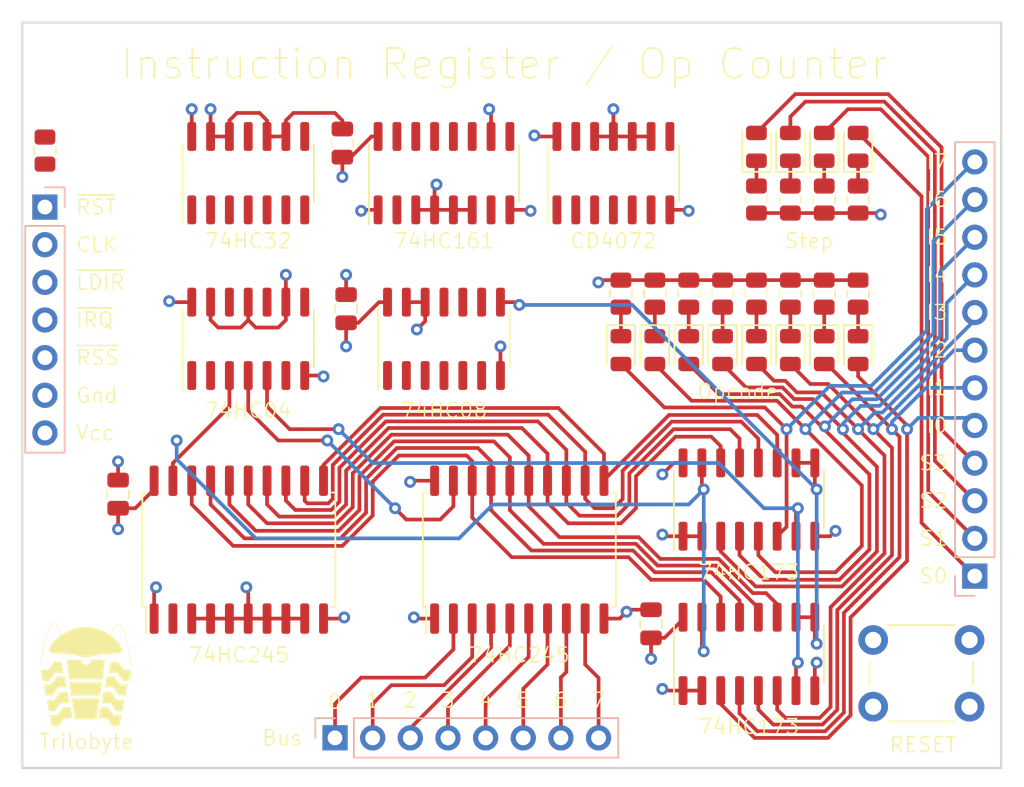
<source format=kicad_pcb>
(kicad_pcb (version 20211014) (generator pcbnew)
  (layers (0 "F.Cu" signal) (1 "In1.Cu" signal) (2 "In2.Cu" signal) (31 "B.Cu" signal) (34 "B.Paste" user) (35 "F.Paste" user) (36 "B.SilkS" user "B.Silkscreen") (37 "F.SilkS" user "F.Silkscreen") (38 "B.Mask" user) (39 "F.Mask" user) (44 "Edge.Cuts" user))
  (net 0 "")
  (net 1 "VCC")
  (net 2 "GND")
  (net 3 "Net-(D4-Pad1)")
  (net 4 "/~{ZF}")
  (net 5 "Net-(U1-Pad6)")
  (net 7 "Net-(U4-Pad3)")
  (net 8 "Net-(U4-Pad6)")
  (net 9 "STEP3")
  (net 11 "STEP2")
  (net 12 "~{BUS_SEL}")
  (net 13 "STEP1")
  (net 15 "STEP0")
  (net 16 "BUS0")
  (net 17 "BUS1")
  (net 18 "BUS2")
  (net 19 "BUS3")
  (net 20 "BUS4")
  (net 21 "BUS5")
  (net 22 "BUS6")
  (net 23 "BUS7")
  (net 24 "CLOCK")
  (net 25 "Net-(D1-Pad1)")
  (net 26 "Net-(D2-Pad1)")
  (net 27 "Net-(D3-Pad1)")
  (net 28 "INSTRUCTION7")
  (net 29 "INSTRUCTION6")
  (net 30 "INSTRUCTION5")
  (net 31 "INSTRUCTION4")
  (net 32 "INSTRUCTION3")
  (net 33 "INSTRUCTION2")
  (net 34 "INSTRUCTION1")
  (net 35 "INSTRUCTION0")
  (net 36 "~{RESET}")
  (net 37 "~{INT_REQUEST}")
  (net 38 "~{RESET_STEP}")
  (net 40 "Net-(U1-Pad4)")
  (net 42 "/INST_BUS_7")
  (net 43 "/INST_BUS_6")
  (net 44 "/INST_BUS_5")
  (net 45 "/INST_BUS_4")
  (net 46 "/INST_BUS_3")
  (net 47 "/INST_BUS_2")
  (net 48 "/INST_BUS_1")
  (net 49 "/INST_BUS_0")
  (net 52 "Net-(D5-Pad1)")
  (net 53 "Net-(D6-Pad1)")
  (net 54 "Net-(D7-Pad1)")
  (net 55 "Net-(D8-Pad1)")
  (net 56 "Net-(D9-Pad1)")
  (net 57 "Net-(D10-Pad1)")
  (net 58 "~{LD_IR}")
  (net 59 "Net-(D11-Pad1)")
  (net 60 "Net-(D12-Pad1)")
  (net 63 "Net-(U5-Pad8)")
  (footprint "Resistor_SMD:R_0805_2012Metric" (layer "F.Cu") (at 144.018 97.028 90)
    (fp_text reference "R2" hide)
    (fp_text value "R_Small_US" hide)
  )
  (footprint "Resistor_SMD:R_0805_2012Metric" (layer "F.Cu") (at 146.304 97.028 90)
    (fp_text reference "R3" hide)
    (fp_text value "R_Small_US" hide)
  )
  (footprint "Resistor_SMD:R_0805_2012Metric" (layer "F.Cu") (at 160.02 90.678 -90)
    (fp_text reference "R13" hide)
    (fp_text value "R_Small_US" hide)
  )
  (footprint "LED_SMD:LED_0805_2012Metric" (layer "F.Cu") (at 155.448 100.838 -90)
    (fp_text reference "D6" hide)
    (fp_text value "LED" hide)
  )
  (footprint "Resistor_SMD:R_0805_2012Metric" (layer "F.Cu") (at 105.156 87.376 90)
    (fp_text reference "R1" hide)
    (fp_text value "R_Small_US" hide)
  )
  (footprint "Package_SO:SOIC-14_3.9x8.7mm_P1.27mm" (layer "F.Cu") (at 132.08 100.076 90)
    (fp_text reference "U5" hide)
    (fp_text value "74LS08" hide)
  )
  (footprint "LED_SMD:LED_0805_2012Metric" (layer "F.Cu") (at 160.02 100.838 -90)
    (fp_text reference "D8" hide)
    (fp_text value "LED" hide)
  )
  (footprint "Package_SO:SOIC-14_3.9x8.7mm_P1.27mm" (layer "F.Cu") (at 118.872 88.9 90)
    (fp_text reference "U4" hide)
    (fp_text value "74LS32" hide)
  )
  (footprint "Resistor_SMD:R_0805_2012Metric" (layer "F.Cu") (at 157.734 90.678 -90)
    (fp_text reference "R12" hide)
    (fp_text value "R_Small_US" hide)
  )
  (footprint "Package_SO:SOIC-16_3.9x9.9mm_P1.27mm" (layer "F.Cu") (at 152.654 121.334 90)
    (fp_text reference "U8" hide)
    (fp_text value "74LS173" hide)
  )
  (footprint "LED_SMD:LED_0805_2012Metric" (layer "F.Cu") (at 146.304 100.838 -90)
    (fp_text reference "D2" hide)
    (fp_text value "LED" hide)
  )
  (footprint "Capacitor_SMD:C_0805_2012Metric" (layer "F.Cu") (at 110.092 110.556 90)
    (fp_text reference "C4" hide)
    (fp_text value "C" hide)
  )
  (footprint "Resistor_SMD:R_0805_2012Metric" (layer "F.Cu") (at 153.162 97.028 90)
    (fp_text reference "R6" hide)
    (fp_text value "R_Small_US" hide)
  )
  (footprint "Package_SO:SOIC-20W_7.5x12.8mm_P1.27mm" (layer "F.Cu") (at 137.16 114.3 90)
    (fp_text reference "U7" hide)
    (fp_text value "74LS245" hide)
  )
  (footprint "Package_SO:SOIC-20W_7.5x12.8mm_P1.27mm" (layer "F.Cu") (at 118.237 114.3 90)
    (fp_text reference "U6" hide)
    (fp_text value "74LS245" hide)
  )
  (footprint "LED_SMD:LED_0805_2012Metric" (layer "F.Cu") (at 153.162 100.838 -90)
    (fp_text reference "D5" hide)
    (fp_text value "LED" hide)
  )
  (footprint "Resistor_SMD:R_0805_2012Metric" (layer "F.Cu") (at 148.59 97.028 90)
    (fp_text reference "R4" hide)
    (fp_text value "R_Small_US" hide)
  )
  (footprint "Resistor_SMD:R_0805_2012Metric" (layer "F.Cu") (at 150.876 97.028 90)
    (fp_text reference "R5" hide)
    (fp_text value "R_Small_US" hide)
  )
  (footprint "Resistor_SMD:R_0805_2012Metric" (layer "F.Cu") (at 160.02 97.028 90)
    (fp_text reference "R9" hide)
    (fp_text value "R_Small_US" hide)
  )
  (footprint "LED_SMD:LED_0805_2012Metric" (layer "F.Cu") (at 150.876 100.838 -90)
    (fp_text reference "D4" hide)
    (fp_text value "LED" hide)
  )
  (footprint "LED_SMD:LED_0805_2012Metric" (layer "F.Cu") (at 157.734 87.122 90)
    (fp_text reference "D11" hide)
    (fp_text value "LED" hide)
  )
  (footprint "Resistor_SMD:R_0805_2012Metric" (layer "F.Cu") (at 155.448 97.028 90)
    (fp_text reference "R7" hide)
    (fp_text value "R_Small_US" hide)
  )
  (footprint "LED_SMD:LED_0805_2012Metric" (layer "F.Cu") (at 155.448 87.122 90)
    (fp_text reference "D10" hide)
    (fp_text value "LED" hide)
  )
  (footprint "Resistor_SMD:R_0805_2012Metric" (layer "F.Cu") (at 155.448 90.678 -90)
    (fp_text reference "R11" hide)
    (fp_text value "R_Small_US" hide)
  )
  (footprint "Stephenv6:trilobyte-logo-small" (layer "F.Cu") (at 107.95 115.062)
    (fp_text reference "REF**" hide)
    (fp_text value "trilobyte-logo-small" hide)
  )
  (footprint "Package_SO:SOIC-14_3.9x8.7mm_P1.27mm" (layer "F.Cu") (at 143.51 88.9 90)
    (fp_text reference "U2" hide)
    (fp_text value "4072" hide)
  )
  (footprint "LED_SMD:LED_0805_2012Metric" (layer "F.Cu") (at 148.59 100.838 -90)
    (fp_text reference "D3" hide)
    (fp_text value "LED" hide)
  )
  (footprint "LED_SMD:LED_0805_2012Metric" (layer "F.Cu") (at 144.018 100.838 -90)
    (fp_text reference "D1" hide)
    (fp_text value "LED" hide)
  )
  (footprint "Package_SO:SOIC-16_3.9x9.9mm_P1.27mm" (layer "F.Cu") (at 152.654 110.92 90)
    (fp_text reference "U9" hide)
    (fp_text value "74LS173" hide)
  )
  (footprint "LED_SMD:LED_0805_2012Metric" (layer "F.Cu") (at 160.02 87.122 90)
    (fp_text reference "D12" hide)
    (fp_text value "LED" hide)
  )
  (footprint "Capacitor_SMD:C_0805_2012Metric" (layer "F.Cu") (at 146.05 119.302 90)
    (fp_text reference "C3" hide)
    (fp_text value "C" hide)
  )
  (footprint "Package_SO:SOIC-14_3.9x8.7mm_P1.27mm" (layer "F.Cu") (at 118.872 100.076 90)
    (fp_text reference "U1" hide)
    (fp_text value "74LS04" hide)
  )
  (footprint "LED_SMD:LED_0805_2012Metric" (layer "F.Cu") (at 153.162 87.122 90)
    (fp_text reference "D9" hide)
    (fp_text value "LED" hide)
  )
  (footprint "Resistor_SMD:R_0805_2012Metric" (layer "F.Cu") (at 153.162 90.678 -90)
    (fp_text reference "R10" hide)
    (fp_text value "R_Small_US" hide)
  )
  (footprint "Resistor_SMD:R_0805_2012Metric" (layer "F.Cu") (at 157.734 97.028 90)
    (fp_text reference "R8" hide)
    (fp_text value "R_Small_US" hide)
  )
  (footprint "Package_SO:SOIC-16_3.9x9.9mm_P1.27mm" (layer "F.Cu") (at 132.08 88.9 90)
    (fp_text reference "U3" hide)
    (fp_text value "74LS161" hide)
  )
  (footprint "Button_Switch_THT:SW_PUSH_6mm" (layer "F.Cu") (at 161.036 120.396)
    (fp_text reference "SW1" hide)
    (fp_text value "SW_Push" hide)
  )
  (footprint "Capacitor_SMD:C_0805_2012Metric" (layer "F.Cu") (at 125.222 86.868 90)
    (fp_text reference "C1" hide)
    (fp_text value "C" hide)
  )
  (footprint "Capacitor_SMD:C_0805_2012Metric" (layer "F.Cu") (at 125.476 98.044 90)
    (fp_text reference "C2" hide)
    (fp_text value "C" hide)
  )
  (footprint "LED_SMD:LED_0805_2012Metric" (layer "F.Cu") (at 157.734 100.838 -90)
    (fp_text reference "D7" hide)
    (fp_text value "LED" hide)
  )
  (footprint "Connector_PinHeader_2.54mm:PinHeader_1x08_P2.54mm_Vertical" (layer "B.Cu") (at 124.729 127 -90)
    (fp_text reference "J1" hide)
    (fp_text value "Conn_01x08" hide)
  )
  (footprint "Connector_PinHeader_2.54mm:PinHeader_1x12_P2.54mm_Vertical" (layer "B.Cu") (at 167.894 116.083)
    (fp_text reference "J2" hide)
    (fp_text value "Conn_01x12" hide)
  )
  (footprint "Connector_PinHeader_2.54mm:PinHeader_1x07_P2.54mm_Vertical" (layer "B.Cu") (at 105.156 91.186 180)
    (fp_text reference "J3" hide)
    (fp_text value "Conn_01x07" hide)
  )
  (gr_rect (start 103.632 78.74) (end 169.672 129.032) (layer "Edge.Cuts") (width 0.15) (fill none))
  (gr_text "4" (at 134.874 124.46) (layer "F.SilkS") (effects (font (size 1 1) (thickness 0.1))))
  (gr_text "Gnd" (at 107.188 103.886) (layer "F.SilkS") (effects (font (size 1 1) (thickness 0.1)) (justify left)))
  (gr_text "I0" (at 166.116 105.918) (layer "F.SilkS") (effects (font (size 1 1) (thickness 0.1)) (justify right)))
  (gr_text "~{RST}" (at 107.188 91.186) (layer "F.SilkS") (effects (font (size 1 1) (thickness 0.1)) (justify left)))
  (gr_text "I6" (at 166.116 90.678) (layer "F.SilkS") (effects (font (size 1 1) (thickness 0.1)) (justify right)))
  (gr_text "I3" (at 166.116 98.298) (layer "F.SilkS") (effects (font (size 1 1) (thickness 0.1)) (justify right)))
  (gr_text "Vcc" (at 107.188 106.426) (layer "F.SilkS") (effects (font (size 1 1) (thickness 0.1)) (justify left)))
  (gr_text "S0" (at 166.116 116.078) (layer "F.SilkS") (effects (font (size 1 1) (thickness 0.1)) (justify right)))
  (gr_text "I1" (at 166.116 103.378) (layer "F.SilkS") (effects (font (size 1 1) (thickness 0.1)) (justify right)))
  (gr_text "0" (at 124.714 124.46 180) (layer "F.SilkS") (effects (font (size 1 1) (thickness 0.1))))
  (gr_text "~{RSS}" (at 107.188 101.346) (layer "F.SilkS") (effects (font (size 1 1) (thickness 0.1)) (justify left)))
  (gr_text "2" (at 129.794 124.46) (layer "F.SilkS") (effects (font (size 1 1) (thickness 0.1))))
  (gr_text "~{LDIR}" (at 107.188 96.266) (layer "F.SilkS") (effects (font (size 1 1) (thickness 0.1)) (justify left)))
  (gr_text "5" (at 137.414 124.46) (layer "F.SilkS") (effects (font (size 1 1) (thickness 0.1))))
  (gr_text "S1" (at 166.116 113.538) (layer "F.SilkS") (effects (font (size 1 1) (thickness 0.1)) (justify right)))
  (gr_text "CLK" (at 107.188 93.726) (layer "F.SilkS") (effects (font (size 1 1) (thickness 0.1)) (justify left)))
  (gr_text "I4" (at 166.116 95.758) (layer "F.SilkS") (effects (font (size 1 1) (thickness 0.1)) (justify right)))
  (gr_text "S2" (at 166.116 110.998) (layer "F.SilkS") (effects (font (size 1 1) (thickness 0.1)) (justify right)))
  (gr_text "Trilobyte" (at 107.95 127.254) (layer "F.SilkS") (effects (font (size 1 1) (thickness 0.1))))
  (gr_text "3" (at 132.334 124.46) (layer "F.SilkS") (effects (font (size 1 1) (thickness 0.1))))
  (gr_text "7" (at 142.494 124.46) (layer "F.SilkS") (effects (font (size 1 1) (thickness 0.1))))
  (gr_text "I5" (at 166.116 93.218) (layer "F.SilkS") (effects (font (size 1 1) (thickness 0.1)) (justify right)))
  (gr_text "S3" (at 166.116 108.458) (layer "F.SilkS") (effects (font (size 1 1) (thickness 0.1)) (justify right)))
  (gr_text "1" (at 127.254 124.46) (layer "F.SilkS") (effects (font (size 1 1) (thickness 0.1))))
  (gr_text "Opcode" (at 151.892 103.632) (layer "F.SilkS") (effects (font (size 1 1) (thickness 0.1))))
  (gr_text "I7" (at 166.116 88.138) (layer "F.SilkS") (effects (font (size 1 1) (thickness 0.1)) (justify right)))
  (gr_text "6" (at 139.954 124.46) (layer "F.SilkS") (effects (font (size 1 1) (thickness 0.1))))
  (gr_text "Instruction Register / Op Counter" (at 136.144 81.534) (layer "F.SilkS") (effects (font (size 2 2) (thickness 0.1))))
  (gr_text "I2" (at 166.116 100.838) (layer "F.SilkS") (effects (font (size 1 1) (thickness 0.1)) (justify right)))
  (gr_text "~{IRQ}" (at 107.188 98.806) (layer "F.SilkS") (effects (font (size 1 1) (thickness 0.1)) (justify left)))
  (gr_text "Step" (at 156.718 93.472) (layer "F.SilkS") (effects (font (size 1 1) (thickness 0.1))))
  (gr_text "Bus" (at 121.158 127) (layer "F.SilkS") (effects (font (size 1 1) (thickness 0.1))))
  (segment (start 127.189 86.425) (end 127.635 86.425) (width 0.25) (layer "F.Cu") (net 1))
  (segment (start 125.222 87.818) (end 125.222 89.154) (width 0.25) (layer "F.Cu") (net 1))
  (segment (start 125.476 98.994) (end 126.304 98.994) (width 0.25) (layer "F.Cu") (net 1))
  (segment (start 147.587 108.445) (end 146.812 109.22) (width 0.25) (layer "F.Cu") (net 1))
  (segment (start 126.557 91.375) (end 126.492 91.44) (width 0.25) (layer "F.Cu") (net 1))
  (segment (start 110.092 111.506) (end 110.092 112.92) (width 0.25) (layer "F.Cu") (net 1))
  (segment (start 131.445 118.95) (end 130.126 118.95) (width 0.25) (layer "F.Cu") (net 1))
  (segment (start 129.872 109.65) (end 129.794 109.728) (width 0.25) (layer "F.Cu") (net 1))
  (segment (start 135.255 86.425) (end 135.255 84.709) (width 0.25) (layer "F.Cu") (net 1))
  (segment (start 138.241 86.425) (end 138.176 86.36) (width 0.25) (layer "F.Cu") (net 1))
  (segment (start 113.603 97.601) (end 113.538 97.536) (width 0.25) (layer "F.Cu") (net 1))
  (segment (start 122.682 118.95) (end 115.062 118.95) (width 0.25) (layer "F.Cu") (net 1))
  (segment (start 135.255 84.709) (end 135.128 84.582) (width 0.25) (layer "F.Cu") (net 1))
  (segment (start 118.872 116.967) (end 118.745 116.84) (width 0.25) (layer "F.Cu") (net 1))
  (segment (start 146.05 120.252) (end 146.956 120.252) (width 0.25) (layer "F.Cu") (net 1))
  (segment (start 118.872 118.95) (end 118.872 116.967) (width 0.25) (layer "F.Cu") (net 1))
  (segment (start 131.445 109.65) (end 129.872 109.65) (width 0.25) (layer "F.Cu") (net 1))
  (segment (start 146.956 120.252) (end 148.209 118.999) (width 0.25) (layer "F.Cu") (net 1))
  (segment (start 127.697 97.601) (end 128.27 97.601) (width 0.25) (layer "F.Cu") (net 1))
  (segment (start 127.635 91.375) (end 126.557 91.375) (width 0.25) (layer "F.Cu") (net 1))
  (segment (start 115.062 97.601) (end 113.603 97.601) (width 0.25) (layer "F.Cu") (net 1))
  (segment (start 130.126 118.95) (end 130.048 118.872) (width 0.25) (layer "F.Cu") (net 1))
  (segment (start 112.505 110.253) (end 111.252 111.506) (width 0.25) (layer "F.Cu") (net 1))
  (segment (start 112.522 118.95) (end 112.522 116.967) (width 0.25) (layer "F.Cu") (net 1))
  (segment (start 112.522 116.967) (end 112.649 116.84) (width 0.25) (layer "F.Cu") (net 1))
  (segment (start 111.252 111.506) (end 110.092 111.506) (width 0.25) (layer "F.Cu") (net 1))
  (segment (start 125.796 87.818) (end 127.189 86.425) (width 0.25) (layer "F.Cu") (net 1))
  (segment (start 125.476 98.994) (end 125.476 100.584) (width 0.25) (layer "F.Cu") (net 1))
  (segment (start 148.209 108.445) (end 147.587 108.445) (width 0.25) (layer "F.Cu") (net 1))
  (segment (start 115.062 86.425) (end 115.062 84.582) (width 0.25) (layer "F.Cu") (net 1))
  (segment (start 139.7 86.425) (end 138.241 86.425) (width 0.25) (layer "F.Cu") (net 1))
  (segment (start 146.05 120.252) (end 146.05 121.666) (width 0.25) (layer "F.Cu") (net 1))
  (segment (start 126.304 98.994) (end 127.697 97.601) (width 0.25) (layer "F.Cu") (net 1))
  (via (at 125.476 100.584) (size 0.8) (drill 0.4) (layers "F.Cu" "B.Cu") (net 1))
  (via (at 118.745 116.84) (size 0.8) (drill 0.4) (layers "F.Cu" "B.Cu") (net 1))
  (via (at 112.649 116.84) (size 0.8) (drill 0.4) (layers "F.Cu" "B.Cu") (net 1))
  (via (at 115.062 84.582) (size 0.8) (drill 0.4) (layers "F.Cu" "B.Cu") (net 1))
  (via (at 129.794 109.728) (size 0.8) (drill 0.4) (layers "F.Cu" "B.Cu") (net 1))
  (via (at 138.176 86.36) (size 0.8) (drill 0.4) (layers "F.Cu" "B.Cu") (net 1))
  (via (at 126.492 91.44) (size 0.8) (drill 0.4) (layers "F.Cu" "B.Cu") (net 1))
  (via (at 146.812 109.22) (size 0.8) (drill 0.4) (layers "F.Cu" "B.Cu") (net 1))
  (via (at 110.092 112.92) (size 0.8) (drill 0.4) (layers "F.Cu" "B.Cu") (net 1))
  (via (at 146.05 121.666) (size 0.8) (drill 0.4) (layers "F.Cu" "B.Cu") (net 1))
  (via (at 130.048 118.872) (size 0.8) (drill 0.4) (layers "F.Cu" "B.Cu") (net 1))
  (via (at 135.128 84.582) (size 0.8) (drill 0.4) (layers "F.Cu" "B.Cu") (net 1))
  (via (at 113.538 97.536) (size 0.8) (drill 0.4) (layers "F.Cu" "B.Cu") (net 1))
  (via (at 125.222 89.154) (size 0.8) (drill 0.4) (layers "F.Cu" "B.Cu") (net 1))
  (segment (start 130.81 98.887431) (end 130.25255 99.444881) (width 0.25) (layer "F.Cu") (net 2))
  (segment (start 119.38 99.314) (end 118.872 98.806) (width 0.25) (layer "F.Cu") (net 2))
  (segment (start 158.131 113.395) (end 158.496 113.03) (width 0.25) (layer "F.Cu") (net 2))
  (segment (start 148.209 113.395) (end 146.923 113.395) (width 0.25) (layer "F.Cu") (net 2))
  (segment (start 157.099 122.047) (end 157.226 121.92) (width 0.25) (layer "F.Cu") (net 2))
  (segment (start 123.952 118.95) (end 125.271 118.95) (width 0.25) (layer "F.Cu") (net 2))
  (segment (start 120.904 99.314) (end 119.38 99.314) (width 0.25) (layer "F.Cu") (net 2))
  (segment (start 146.923 123.809) (end 146.812 123.698) (width 0.25) (layer "F.Cu") (net 2))
  (segment (start 125.222 85.918) (end 125.222 85.344) (width 0.25) (layer "F.Cu") (net 2))
  (segment (start 118.872 98.806) (end 118.872 97.601) (width 0.25) (layer "F.Cu") (net 2))
  (segment (start 161.4405 91.5905) (end 161.544 91.694) (width 0.25) (layer "F.Cu") (net 2))
  (segment (start 131.445 91.375) (end 131.445 89.789) (width 0.25) (layer "F.Cu") (net 2))
  (segment (start 117.602 85.344) (end 117.602 86.425) (width 0.25) (layer "F.Cu") (net 2))
  (segment (start 142.875 118.95) (end 143.94 118.95) (width 0.25) (layer "F.Cu") (net 2))
  (segment (start 121.412 85.344) (end 121.412 86.425) (width 0.25) (layer "F.Cu") (net 2))
  (segment (start 148.525 91.375) (end 148.59 91.44) (width 0.25) (layer "F.Cu") (net 2))
  (segment (start 116.332 97.601) (end 116.332 98.806) (width 0.25) (layer "F.Cu") (net 2))
  (segment (start 144.018 96.1155) (end 142.6445 96.1155) (width 0.25) (layer "F.Cu") (net 2))
  (segment (start 110.092 109.606) (end 110.092 108.348) (width 0.25) (layer "F.Cu") (net 2))
  (segment (start 121.412 86.425) (end 120.142 86.425) (width 0.25) (layer "F.Cu") (net 2))
  (segment (start 116.84 99.314) (end 118.364 99.314) (width 0.25) (layer "F.Cu") (net 2))
  (segment (start 149.606 121.158) (end 149.479 121.031) (width 0.25) (layer "F.Cu") (net 2))
  (segment (start 142.6445 96.1155) (end 142.494 96.266) (width 0.25) (layer "F.Cu") (net 2))
  (segment (start 121.92 84.836) (end 121.412 85.344) (width 0.25) (layer "F.Cu") (net 2))
  (segment (start 149.479 108.445) (end 149.479 110.109) (width 0.25) (layer "F.Cu") (net 2))
  (segment (start 121.412 97.601) (end 121.412 95.758) (width 0.25) (layer "F.Cu") (net 2))
  (segment (start 120.142 85.344) (end 119.634 84.836) (width 0.25) (layer "F.Cu") (net 2))
  (segment (start 160.02 91.5905) (end 161.4405 91.5905) (width 0.25) (layer "F.Cu") (net 2))
  (segment (start 117.602 86.425) (end 116.332 86.425) (width 0.25) (layer "F.Cu") (net 2))
  (segment (start 116.332 98.806) (end 116.84 99.314) (width 0.25) (layer "F.Cu") (net 2))
  (segment (start 125.476 97.094) (end 125.476 95.758) (width 0.25) (layer "F.Cu") (net 2))
  (segment (start 149.479 123.809) (end 148.209 123.809) (width 0.25) (layer "F.Cu") (net 2))
  (segment (start 122.682 102.551) (end 123.887 102.551) (width 0.25) (layer "F.Cu") (net 2))
  (segment (start 136.525 91.375) (end 137.857 91.375) (width 0.25) (layer "F.Cu") (net 2))
  (segment (start 125.222 85.344) (end 124.714 84.836) (width 0.25) (layer "F.Cu") (net 2))
  (segment (start 133.985 91.375) (end 130.175 91.375) (width 0.25) (layer "F.Cu") (net 2))
  (segment (start 148.209 123.809) (end 146.923 123.809) (width 0.25) (layer "F.Cu") (net 2))
  (segment (start 143.94 118.95) (end 144.538 118.352) (width 0.25) (layer "F.Cu") (net 2))
  (segment (start 121.412 98.806) (end 120.904 99.314) (width 0.25) (layer "F.Cu") (net 2))
  (segment (start 131.445 89.789) (end 131.572 89.662) (width 0.25) (layer "F.Cu") (net 2))
  (segment (start 143.51 86.425) (end 143.51 84.582) (width 0.25) (layer "F.Cu") (net 2))
  (segment (start 149.479 110.109) (end 149.606 110.236) (width 0.25) (layer "F.Cu") (net 2))
  (segment (start 130.81 97.601) (end 130.81 98.887431) (width 0.25) (layer "F.Cu") (net 2))
  (segment (start 149.479 121.031) (end 149.479 118.859) (width 0.25) (layer "F.Cu") (net 2))
  (segment (start 119.634 84.836) (end 118.11 84.836) (width 0.25) (layer "F.Cu") (net 2))
  (segment (start 144.018 96.1155) (end 160.02 96.1155) (width 0.25) (layer "F.Cu") (net 2))
  (segment (start 147.32 91.375) (end 148.525 91.375) (width 0.25) (layer "F.Cu") (net 2))
  (segment (start 125.271 118.95) (end 125.349 118.872) (width 0.25) (layer "F.Cu") (net 2))
  (segment (start 124.714 84.836) (end 121.92 84.836) (width 0.25) (layer "F.Cu") (net 2))
  (segment (start 142.24 86.425) (end 146.05 86.425) (width 0.25) (layer "F.Cu") (net 2))
  (segment (start 149.479 113.395) (end 148.209 113.395) (width 0.25) (layer "F.Cu") (net 2))
  (segment (start 153.162 91.5905) (end 160.02 91.5905) (width 0.25) (layer "F.Cu") (net 2))
  (segment (start 120.142 86.425) (end 120.142 85.344) (width 0.25) (layer "F.Cu") (net 2))
  (segment (start 118.364 99.314) (end 118.872 98.806) (width 0.25) (layer "F.Cu") (net 2))
  (segment (start 121.412 97.601) (end 121.412 98.806) (width 0.25) (layer "F.Cu") (net 2))
  (segment (start 129.54 97.601) (end 130.81 97.601) (width 0.25) (layer "F.Cu") (net 2))
  (segment (start 135.89 102.551) (end 135.89 100.584) (width 0.25) (layer "F.Cu") (net 2))
  (segment (start 157.099 113.395) (end 158.131 113.395) (width 0.25) (layer "F.Cu") (net 2))
  (segment (start 157.099 123.809) (end 157.099 122.047) (width 0.25) (layer "F.Cu") (net 2))
  (segment (start 146.923 113.395) (end 146.812 113.284) (width 0.25) (layer "F.Cu") (net 2))
  (segment (start 144.538 118.352) (end 146.05 118.352) (width 0.25) (layer "F.Cu") (net 2))
  (segment (start 118.11 84.836) (end 117.602 85.344) (width 0.25) (layer "F.Cu") (net 2))
  (segment (start 116.332 86.425) (end 116.332 84.582) (width 0.25) (layer "F.Cu") (net 2))
  (segment (start 137.857 91.375) (end 137.922 91.44) (width 0.25) (layer "F.Cu") (net 2))
  (segment (start 123.887 102.551) (end 123.952 102.616) (width 0.25) (layer "F.Cu") (net 2))
  (via (at 123.952 102.616) (size 0.8) (drill 0.4) (layers "F.Cu" "B.Cu") (net 2))
  (via (at 142.494 96.266) (size 0.8) (drill 0.4) (layers "F.Cu" "B.Cu") (net 2))
  (via (at 148.59 91.44) (size 0.8) (drill 0.4) (layers "F.Cu" "B.Cu") (net 2))
  (via (at 116.332 84.582) (size 0.8) (drill 0.4) (layers "F.Cu" "B.Cu") (net 2))
  (via (at 158.496 113.03) (size 0.8) (drill 0.4) (layers "F.Cu" "B.Cu") (net 2))
  (via (at 146.812 123.698) (size 0.8) (drill 0.4) (layers "F.Cu" "B.Cu") (net 2))
  (via (at 146.812 113.284) (size 0.8) (drill 0.4) (layers "F.Cu" "B.Cu") (net 2))
  (via (at 161.544 91.694) (size 0.8) (drill 0.4) (layers "F.Cu" "B.Cu") (net 2))
  (via (at 135.89 100.584) (size 0.8) (drill 0.4) (layers "F.Cu" "B.Cu") (net 2))
  (via (at 125.476 95.758) (size 0.8) (drill 0.4) (layers "F.Cu" "B.Cu") (net 2))
  (via (at 110.092 108.348) (size 0.8) (drill 0.4) (layers "F.Cu" "B.Cu") (net 2))
  (via (at 157.226 121.92) (size 0.8) (drill 0.4) (layers "F.Cu" "B.Cu") (net 2))
  (via (at 121.412 95.758) (size 0.8) (drill 0.4) (layers "F.Cu" "B.Cu") (net 2))
  (via (at 114.046 106.934) (size 0.8) (drill 0.4) (layers "F.Cu" "B.Cu") (net 2))
  (via (at 131.572 89.662) (size 0.8) (drill 0.4) (layers "F.Cu" "B.Cu") (net 2))
  (via (at 130.25255 99.444881) (size 0.8) (drill 0.4) (layers "F.Cu" "B.Cu") (net 2))
  (via (at 125.349 118.872) (size 0.8) (drill 0.4) (layers "F.Cu" "B.Cu") (net 2))
  (via (at 144.399 118.491) (size 0.8) (drill 0.4) (layers "F.Cu" "B.Cu") (net 2))
  (via (at 137.922 91.44) (size 0.8) (drill 0.4) (layers "F.Cu" "B.Cu") (net 2))
  (via (at 143.51 84.582) (size 0.8) (drill 0.4) (layers "F.Cu" "B.Cu") (net 2))
  (via (at 149.606 121.158) (size 0.8) (drill 0.4) (layers "F.Cu" "B.Cu") (net 2))
  (via (at 149.606 110.236) (size 0.8) (drill 0.4) (layers "F.Cu" "B.Cu") (net 2))
  (segment (start 133.096 113.538) (end 135.382 111.252) (width 0.25) (layer "B.Cu") (net 2))
  (segment (start 119.38 113.538) (end 133.096 113.538) (width 0.25) (layer "B.Cu") (net 2))
  (segment (start 135.382 111.252) (end 148.59 111.252) (width 0.25) (layer "B.Cu") (net 2))
  (segment (start 114.046 108.204) (end 114.046 106.934) (width 0.25) (layer "B.Cu") (net 2))
  (segment (start 149.606 110.236) (end 148.59 111.252) (width 0.25) (layer "B.Cu") (net 2))
  (segment (start 114.046 108.204) (end 119.38 113.538) (width 0.25) (layer "B.Cu") (net 2))
  (segment (start 149.606 110.236) (end 149.606 121.158) (width 0.25) (layer "B.Cu") (net 2))
  (segment (start 150.876 99.786) (end 150.876 97.826) (width 0.25) (layer "F.Cu") (net 3))
  (segment (start 155.7805 83.566) (end 153.162 86.1845) (width 0.25) (layer "F.Cu") (net 9))
  (segment (start 162.052 83.566) (end 155.7805 83.566) (width 0.25) (layer "F.Cu") (net 9))
  (segment (start 165.649033 87.163033) (end 162.052 83.566) (width 0.25) (layer "F.Cu") (net 9))
  (segment (start 167.894 108.463) (end 165.649033 106.218033) (width 0.25) (layer "F.Cu") (net 9))
  (segment (start 165.649033 106.218033) (end 165.649033 87.163033) (width 0.25) (layer "F.Cu") (net 9))
  (segment (start 155.448 85.09) (end 156.464 84.074) (width 0.25) (layer "F.Cu") (net 11))
  (segment (start 161.798 84.074) (end 165.199522 87.475522) (width 0.25) (layer "F.Cu") (net 11))
  (segment (start 155.448 86.1845) (end 155.448 85.09) (width 0.25) (layer "F.Cu") (net 11))
  (segment (start 165.199522 87.475522) (end 165.199522 108.308522) (width 0.25) (layer "F.Cu") (net 11))
  (segment (start 156.464 84.074) (end 161.798 84.074) (width 0.25) (layer "F.Cu") (net 11))
  (segment (start 165.199522 108.308522) (end 167.894 111.003) (width 0.25) (layer "F.Cu") (net 11))
  (segment (start 113.792 109.65) (end 113.792 108.458) (width 0.25) (layer "F.Cu") (net 12))
  (segment (start 117.602 104.648) (end 117.602 102.551) (width 0.25) (layer "F.Cu") (net 12))
  (segment (start 113.792 108.458) (end 117.602 104.648) (width 0.25) (layer "F.Cu") (net 12))
  (segment (start 164.750012 87.788012) (end 161.544 84.582) (width 0.25) (layer "F.Cu") (net 13))
  (segment (start 167.894 113.543) (end 164.750012 110.399012) (width 0.25) (layer "F.Cu") (net 13))
  (segment (start 159.3365 84.582) (end 157.734 86.1845) (width 0.25) (layer "F.Cu") (net 13))
  (segment (start 161.544 84.582) (end 159.3365 84.582) (width 0.25) (layer "F.Cu") (net 13))
  (segment (start 164.750012 110.399012) (end 164.750012 87.788012) (width 0.25) (layer "F.Cu") (net 13))
  (segment (start 164.300501 90.465001) (end 164.300501 112.489501) (width 0.25) (layer "F.Cu") (net 15))
  (segment (start 164.300501 112.489501) (end 167.894 116.083) (width 0.25) (layer "F.Cu") (net 15))
  (segment (start 160.02 86.1845) (end 164.300501 90.465001) (width 0.25) (layer "F.Cu") (net 15))
  (segment (start 130.81 122.936) (end 126.492 122.936) (width 0.25) (layer "F.Cu") (net 16))
  (segment (start 124.729 124.699) (end 124.729 127) (width 0.25) (layer "F.Cu") (net 16))
  (segment (start 132.715 121.031) (end 130.81 122.936) (width 0.25) (layer "F.Cu") (net 16))
  (segment (start 132.715 118.95) (end 132.715 121.031) (width 0.25) (layer "F.Cu") (net 16))
  (segment (start 126.492 122.936) (end 124.729 124.699) (width 0.25) (layer "F.Cu") (net 16))
  (segment (start 127.269 124.699) (end 128.524 123.444) (width 0.25) (layer "F.Cu") (net 17))
  (segment (start 127.269 127) (end 127.269 124.699) (width 0.25) (layer "F.Cu") (net 17))
  (segment (start 132.08 123.444) (end 133.985 121.539) (width 0.25) (layer "F.Cu") (net 17))
  (segment (start 128.524 123.444) (end 132.08 123.444) (width 0.25) (layer "F.Cu") (net 17))
  (segment (start 133.985 121.539) (end 133.985 118.95) (width 0.25) (layer "F.Cu") (net 17))
  (segment (start 135.255 118.95) (end 135.255 120.904704) (width 0.25) (layer "F.Cu") (net 18))
  (segment (start 135.255 120.904704) (end 129.809 126.350704) (width 0.25) (layer "F.Cu") (net 18))
  (segment (start 132.349 124.953) (end 132.349 127) (width 0.25) (layer "F.Cu") (net 19))
  (segment (start 136.525 120.777) (end 132.349 124.953) (width 0.25) (layer "F.Cu") (net 19))
  (segment (start 136.525 118.95) (end 136.525 120.777) (width 0.25) (layer "F.Cu") (net 19))
  (segment (start 137.795 118.95) (end 137.795 121.539) (width 0.25) (layer "F.Cu") (net 20))
  (segment (start 137.795 121.539) (end 134.889 124.445) (width 0.25) (layer "F.Cu") (net 20))
  (segment (start 134.889 124.445) (end 134.889 127) (width 0.25) (layer "F.Cu") (net 20))
  (segment (start 137.429 127) (end 137.429 123.683) (width 0.25) (layer "F.Cu") (net 21))
  (segment (start 139.065 122.047) (end 139.065 118.95) (width 0.25) (layer "F.Cu") (net 21))
  (segment (start 137.429 123.683) (end 139.065 122.047) (width 0.25) (layer "F.Cu") (net 21))
  (segment (start 139.954 122.936) (end 139.969 122.951) (width 0.25) (layer "F.Cu") (net 22))
  (segment (start 140.335 122.555) (end 139.954 122.936) (width 0.25) (layer "F.Cu") (net 22))
  (segment (start 139.969 122.951) (end 139.969 127) (width 0.25) (layer "F.Cu") (net 22))
  (segment (start 140.335 118.95) (end 140.335 122.555) (width 0.25) (layer "F.Cu") (net 22))
  (segment (start 141.605 122.047) (end 142.509 122.951) (width 0.25) (layer "F.Cu") (net 23))
  (segment (start 142.509 122.951) (end 142.509 127) (width 0.25) (layer "F.Cu") (net 23))
  (segment (start 141.605 118.95) (end 141.605 122.047) (width 0.25) (layer "F.Cu") (net 23))
  (segment (start 120.142 104.648) (end 120.142 102.551) (width 0.25) (layer "F.Cu") (net 24))
  (segment (start 155.829 111.633) (end 155.956 111.506) (width 0.25) (layer "F.Cu") (net 24))
  (segment (start 155.829 113.395) (end 155.829 111.633) (width 0.25) (layer "F.Cu") (net 24))
  (segment (start 121.666 106.172) (end 120.142 104.648) (width 0.25) (layer "F.Cu") (net 24))
  (segment (start 155.829 122.047) (end 155.829 123.809) (width 0.25) (layer "F.Cu") (net 24))
  (segment (start 155.956 121.92) (end 155.829 122.047) (width 0.25) (layer "F.Cu") (net 24))
  (segment (start 124.968 106.172) (end 121.666 106.172) (width 0.25) (layer "F.Cu") (net 24))
  (via (at 155.956 111.506) (size 0.8) (drill 0.4) (layers "F.Cu" "B.Cu") (net 24))
  (via (at 155.956 121.92) (size 0.8) (drill 0.4) (layers "F.Cu" "B.Cu") (net 24))
  (via (at 124.968 106.172) (size 0.8) (drill 0.4) (layers "F.Cu" "B.Cu") (net 24))
  (segment (start 150.622 108.458) (end 153.67 111.506) (width 0.25) (layer "B.Cu") (net 24))
  (segment (start 155.956 111.506) (end 153.67 111.506) (width 0.25) (layer "B.Cu") (net 24))
  (segment (start 127.254 108.458) (end 150.622 108.458) (width 0.25) (layer "B.Cu") (net 24))
  (segment (start 155.956 111.506) (end 155.956 121.92) (width 0.25) (layer "B.Cu") (net 24))
  (segment (start 127.254 108.458) (end 124.968 106.172) (width 0.25) (layer "B.Cu") (net 24))
  (segment (start 144.018 99.9005) (end 144.018 97.9405) (width 0.25) (layer "F.Cu") (net 25))
  (segment (start 146.304 99.786) (end 146.304 97.826) (width 0.25) (layer "F.Cu") (net 26))
  (segment (start 148.59 99.786) (end 148.59 97.826) (width 0.25) (layer "F.Cu") (net 27))
  (segment (start 155.194 112.76) (end 155.194 106.172) (width 0.25) (layer "F.Cu") (net 28))
  (segment (start 154.559 113.395) (end 155.194 112.76) (width 0.25) (layer "F.Cu") (net 28))
  (segment (start 146.94899 104.70649) (end 153.72849 104.70649) (width 0.25) (layer "F.Cu") (net 28))
  (segment (start 153.72849 104.70649) (end 155.194 106.172) (width 0.25) (layer "F.Cu") (net 28))
  (segment (start 144.018 101.7755) (end 146.94899 104.70649) (width 0.25) (layer "F.Cu") (net 28))
  (via (at 155.194 106.172) (size 0.8) (drill 0.4) (layers "F.Cu" "B.Cu") (net 28))
  (segment (start 158.115 103.251) (end 155.194 106.172) (width 0.25) (layer "B.Cu") (net 28))
  (segment (start 167.835271 88.143) (end 164.65048 91.327791) (width 0.25) (layer "B.Cu") (net 28))
  (segment (start 164.65048 99.50952) (end 160.909 103.251) (width 0.25) (layer "B.Cu") (net 28))
  (segment (start 164.65048 91.327791) (end 164.65048 99.50952) (width 0.25) (layer "B.Cu") (net 28))
  (segment (start 160.909 103.251) (end 158.115 103.251) (width 0.25) (layer "B.Cu") (net 28))
  (segment (start 155.748099 105.447499) (end 155.739499 105.447499) (width 0.25) (layer "F.Cu") (net 29))
  (segment (start 155.739499 105.447499) (end 154.548978 104.256978) (width 0.25) (layer "F.Cu") (net 29))
  (segment (start 153.289 113.395) (end 153.289 114.681) (width 0.25) (layer "F.Cu") (net 29))
  (segment (start 158.496 115.824) (end 160.274 114.046) (width 0.25) (layer "F.Cu") (net 29))
  (segment (start 153.289 114.681) (end 154.432 115.824) (width 0.25) (layer "F.Cu") (net 29))
  (segment (start 154.432 115.824) (end 158.496 115.824) (width 0.25) (layer "F.Cu") (net 29))
  (segment (start 148.785478 104.256978) (end 146.304 101.7755) (width 0.25) (layer "F.Cu") (net 29))
  (segment (start 160.274 114.046) (end 160.274 109.9734) (width 0.25) (layer "F.Cu") (net 29))
  (segment (start 154.548978 104.256978) (end 148.785478 104.256978) (width 0.25) (layer "F.Cu") (net 29))
  (segment (start 160.274 109.9734) (end 155.748099 105.447499) (width 0.25) (layer "F.Cu") (net 29))
  (via (at 156.464 106.172) (size 0.8) (drill 0.4) (layers "F.Cu" "B.Cu") (net 29))
  (segment (start 167.894 90.683) (end 165.099991 93.477009) (width 0.25) (layer "B.Cu") (net 29))
  (segment (start 165.099991 93.477009) (end 165.09999 99.695714) (width 0.25) (layer "B.Cu") (net 29))
  (segment (start 161.095193 103.700511) (end 158.93549 103.70051) (width 0.25) (layer "B.Cu") (net 29))
  (segment (start 165.09999 99.695714) (end 161.095193 103.700511) (width 0.25) (layer "B.Cu") (net 29))
  (segment (start 158.93549 103.70051) (end 156.464 106.172) (width 0.25) (layer "B.Cu") (net 29))
  (segment (start 160.782 109.2286) (end 160.782 114.297184) (width 0.25) (layer "F.Cu") (net 30))
  (segment (start 156.2014 104.648) (end 160.782 109.2286) (width 0.25) (layer "F.Cu") (net 30))
  (segment (start 154.735172 103.807468) (end 155.575704 104.648) (width 0.25) (layer "F.Cu") (net 30))
  (segment (start 155.575704 104.648) (end 156.2014 104.648) (width 0.25) (layer "F.Cu") (net 30))
  (segment (start 153.670704 116.332) (end 152.019 114.680296) (width 0.25) (layer "F.Cu") (net 30))
  (segment (start 160.782 114.297184) (end 158.747184 116.332) (width 0.25) (layer "F.Cu") (net 30))
  (segment (start 148.59 101.7755) (end 150.621967 103.807467) (width 0.25) (layer "F.Cu") (net 30))
  (segment (start 158.747184 116.332) (end 153.670704 116.332) (width 0.25) (layer "F.Cu") (net 30))
  (segment (start 152.019 114.680296) (end 152.019 113.395) (width 0.25) (layer "F.Cu") (net 30))
  (segment (start 150.621967 103.807467) (end 154.735172 103.807468) (width 0.25) (layer "F.Cu") (net 30))
  (via (at 157.779666 105.980862) (size 0.8) (drill 0.4) (layers "F.Cu" "B.Cu") (net 30))
  (segment (start 167.894 93.223) (end 165.549502 95.567498) (width 0.25) (layer "B.Cu") (net 30))
  (segment (start 165.5495 99.881908) (end 161.281386 104.150022) (width 0.25) (layer "B.Cu") (net 30))
  (segment (start 165.549502 95.567498) (end 165.5495 99.881908) (width 0.25) (layer "B.Cu") (net 30))
  (segment (start 161.281386 104.150022) (end 159.633636 104.150022) (width 0.25) (layer "B.Cu") (net 30))
  (segment (start 157.802796 105.980862) (end 157.779666 105.980862) (width 0.25) (layer "B.Cu") (net 30))
  (segment (start 159.633636 104.150022) (end 157.802796 105.980862) (width 0.25) (layer "B.Cu") (net 30))
  (segment (start 156.963402 104.14) (end 158.999701 106.176299) (width 0.25) (layer "F.Cu") (net 31))
  (segment (start 152.458456 103.357956) (end 154.921366 103.357958) (width 0.25) (layer "F.Cu") (net 31))
  (segment (start 161.29 114.424888) (end 161.29 108.712) (width 0.25) (layer "F.Cu") (net 31))
  (segment (start 150.749 113.395) (end 150.749 114.427) (width 0.25) (layer "F.Cu") (net 31))
  (segment (start 161.29 108.712) (end 158.999701 106.421701) (width 0.25) (layer "F.Cu") (net 31))
  (segment (start 154.921366 103.357958) (end 155.703408 104.14) (width 0.25) (layer "F.Cu") (net 31))
  (segment (start 158.999701 106.421701) (end 158.999701 106.176299) (width 0.25) (layer "F.Cu") (net 31))
  (segment (start 150.876 101.7755) (end 152.458456 103.357956) (width 0.25) (layer "F.Cu") (net 31))
  (segment (start 153.103511 116.781511) (end 158.933377 116.781511) (width 0.25) (layer "F.Cu") (net 31))
  (segment (start 158.933377 116.781511) (end 161.29 114.424888) (width 0.25) (layer "F.Cu") (net 31))
  (segment (start 155.703408 104.14) (end 156.963402 104.14) (width 0.25) (layer "F.Cu") (net 31))
  (segment (start 150.749 114.427) (end 153.103511 116.781511) (width 0.25) (layer "F.Cu") (net 31))
  (via (at 158.999701 106.176299) (size 0.8) (drill 0.4) (layers "F.Cu" "B.Cu") (net 31))
  (segment (start 158.999701 105.795651) (end 158.999701 106.176299) (width 0.25) (layer "B.Cu") (net 31))
  (segment (start 160.195819 104.599533) (end 158.999701 105.795651) (width 0.25) (layer "B.Cu") (net 31))
  (segment (start 165.99901 100.068102) (end 161.467579 104.599533) (width 0.25) (layer "B.Cu") (net 31))
  (segment (start 165.999012 97.657988) (end 165.99901 100.068102) (width 0.25) (layer "B.Cu") (net 31))
  (segment (start 167.894 95.763) (end 165.999012 97.657988) (width 0.25) (layer "B.Cu") (net 31))
  (segment (start 161.467579 104.599533) (end 160.195819 104.599533) (width 0.25) (layer "B.Cu") (net 31))
  (segment (start 161.798 114.552592) (end 161.798 107.95) (width 0.25) (layer "F.Cu") (net 32))
  (segment (start 154.345558 102.908446) (end 155.10756 102.908448) (width 0.25) (layer "F.Cu") (net 32))
  (segment (start 153.212612 101.7755) (end 154.345558 102.908446) (width 0.25) (layer "F.Cu") (net 32))
  (segment (start 157.538489 103.690489) (end 160.02 106.172) (width 0.25) (layer "F.Cu") (net 32))
  (segment (start 157.429421 125.651467) (end 158.163467 124.917421) (width 0.25) (layer "F.Cu") (net 32))
  (segment (start 158.163467 124.917421) (end 158.163467 118.187125) (width 0.25) (layer "F.Cu") (net 32))
  (segment (start 158.163467 118.187125) (end 161.798 114.552592) (width 0.25) (layer "F.Cu") (net 32))
  (segment (start 155.10756 102.908448) (end 155.889601 103.690489) (width 0.25) (layer "F.Cu") (net 32))
  (segment (start 155.115467 125.651467) (end 157.429421 125.651467) (width 0.25) (layer "F.Cu") (net 32))
  (segment (start 155.889601 103.690489) (end 157.538489 103.690489) (width 0.25) (layer "F.Cu") (net 32))
  (segment (start 154.559 125.095) (end 155.115467 125.651467) (width 0.25) (layer "F.Cu") (net 32))
  (segment (start 154.559 123.809) (end 154.559 125.095) (width 0.25) (layer "F.Cu") (net 32))
  (segment (start 161.798 107.95) (end 160.02 106.172) (width 0.25) (layer "F.Cu") (net 32))
  (via (at 160.02 106.172) (size 0.8) (drill 0.4) (layers "F.Cu" "B.Cu") (net 32))
  (segment (start 161.142956 105.049044) (end 160.02 106.172) (width 0.25) (layer "B.Cu") (net 32))
  (segment (start 167.894 98.808816) (end 161.653772 105.049044) (width 0.25) (layer "B.Cu") (net 32))
  (segment (start 161.653772 105.049044) (end 161.142956 105.049044) (width 0.25) (layer "B.Cu") (net 32))
  (segment (start 153.289 123.809) (end 153.289 125.095) (width 0.25) (layer "F.Cu") (net 33))
  (segment (start 162.306 107.4334) (end 157.9966 103.124) (width 0.25) (layer "F.Cu") (net 33))
  (segment (start 157.615615 126.100977) (end 158.612978 125.103614) (width 0.25) (layer "F.Cu") (net 33))
  (segment (start 153.289 125.095) (end 154.294978 126.100978) (width 0.25) (layer "F.Cu") (net 33))
  (segment (start 154.294978 126.100978) (end 157.615615 126.100977) (width 0.25) (layer "F.Cu") (net 33))
  (segment (start 158.612978 125.103614) (end 158.612978 118.373318) (width 0.25) (layer "F.Cu") (net 33))
  (segment (start 158.612978 118.373318) (end 162.306 114.680296) (width 0.25) (layer "F.Cu") (net 33))
  (segment (start 156.7965 103.124) (end 155.448 101.7755) (width 0.25) (layer "F.Cu") (net 33))
  (segment (start 157.9966 103.124) (end 156.7965 103.124) (width 0.25) (layer "F.Cu") (net 33))
  (segment (start 162.306 114.680296) (end 162.306 107.4334) (width 0.25) (layer "F.Cu") (net 33))
  (via (at 161.048897 106.167701) (size 0.8) (drill 0.4) (layers "F.Cu" "B.Cu") (net 33))
  (segment (start 161.170819 106.167701) (end 161.048897 106.167701) (width 0.25) (layer "B.Cu") (net 33))
  (segment (start 166.49552 100.843) (end 161.170819 106.167701) (width 0.25) (layer "B.Cu") (net 33))
  (segment (start 167.894 100.843) (end 166.49552 100.843) (width 0.25) (layer "B.Cu") (net 33))
  (segment (start 162.814 106.683949) (end 162.306 106.175949) (width 0.25) (layer "F.Cu") (net 34))
  (segment (start 157.801808 126.550488) (end 159.062489 125.289807) (width 0.25) (layer "F.Cu") (net 34))
  (segment (start 159.062489 118.559511) (end 162.814 114.808) (width 0.25) (layer "F.Cu") (net 34))
  (segment (start 157.9095 101.7755) (end 162.306 106.172) (width 0.25) (layer "F.Cu") (net 34))
  (segment (start 152.019 125.349) (end 153.220489 126.550489) (width 0.25) (layer "F.Cu") (net 34))
  (segment (start 153.220489 126.550489) (end 157.801808 126.550488) (width 0.25) (layer "F.Cu") (net 34))
  (segment (start 162.814 114.808) (end 162.814 106.683949) (width 0.25) (layer "F.Cu") (net 34))
  (segment (start 152.019 123.809) (end 152.019 125.349) (width 0.25) (layer "F.Cu") (net 34))
  (segment (start 159.062489 125.289807) (end 159.062489 118.559511) (width 0.25) (layer "F.Cu") (net 34))
  (segment (start 162.306 106.175949) (end 162.306 106.172) (width 0.25) (layer "F.Cu") (net 34))
  (via (at 162.306 106.172) (size 0.8) (drill 0.4) (layers "F.Cu" "B.Cu") (net 34))
  (segment (start 162.306 105.672598) (end 162.306 106.172) (width 0.25) (layer "B.Cu") (net 34))
  (segment (start 164.595598 103.383) (end 162.306 105.672598) (width 0.25) (layer "B.Cu") (net 34))
  (segment (start 167.894 103.383) (end 164.595598 103.383) (width 0.25) (layer "B.Cu") (net 34))
  (segment (start 162.089147 104.685147) (end 160.02 102.616) (width 0.25) (layer "F.Cu") (net 35))
  (segment (start 153.034296 127) (end 157.988 127) (width 0.25) (layer "F.Cu") (net 35))
  (segment (start 150.749 123.809) (end 150.749 124.714704) (width 0.25) (layer "F.Cu") (net 35))
  (segment (start 162.522853 105.118853) (end 162.522853 105.109549) (width 0.25) (layer "F.Cu") (net 35))
  (segment (start 163.322 115.062) (end 163.322 105.918) (width 0.25) (layer "F.Cu") (net 35))
  (segment (start 163.322 105.918) (end 162.522853 105.118853) (width 0.25) (layer "F.Cu") (net 35))
  (segment (start 150.749 124.714704) (end 153.034296 127) (width 0.25) (layer "F.Cu") (net 35))
  (segment (start 162.522853 105.109549) (end 162.098451 104.685147) (width 0.25) (layer "F.Cu") (net 35))
  (segment (start 159.512 118.872) (end 163.322 115.062) (width 0.25) (layer "F.Cu") (net 35))
  (segment (start 160.02 102.616) (end 160.02 101.7755) (width 0.25) (layer "F.Cu") (net 35))
  (segment (start 162.098451 104.685147) (end 162.089147 104.685147) (width 0.25) (layer "F.Cu") (net 35))
  (segment (start 157.988 127) (end 159.512 125.476) (width 0.25) (layer "F.Cu") (net 35))
  (segment (start 159.512 125.476) (end 159.512 118.872) (width 0.25) (layer "F.Cu") (net 35))
  (via (at 163.326651 106.172) (size 0.8) (drill 0.4) (layers "F.Cu" "B.Cu") (net 35))
  (segment (start 164.088651 105.41) (end 163.326651 106.172) (width 0.25) (layer "B.Cu") (net 35))
  (segment (start 167.894 105.923) (end 167.381 105.41) (width 0.25) (layer "B.Cu") (net 35))
  (segment (start 167.381 105.41) (end 164.088651 105.41) (width 0.25) (layer "B.Cu") (net 35))
  (segment (start 129.54 112.268) (end 128.778 111.506) (width 0.25) (layer "F.Cu") (net 40))
  (segment (start 124.206 106.934) (end 120.904 106.934) (width 0.25) (layer "F.Cu") (net 40))
  (segment (start 120.904 106.934) (end 118.872 104.902) (width 0.25) (layer "F.Cu") (net 40))
  (segment (start 132.715 109.65) (end 132.715 111.379) (width 0.25) (layer "F.Cu") (net 40))
  (segment (start 129.54 112.268) (end 131.826 112.268) (width 0.25) (layer "F.Cu") (net 40))
  (segment (start 131.826 112.268) (end 132.715 111.379) (width 0.25) (layer "F.Cu") (net 40))
  (segment (start 118.872 104.902) (end 118.872 102.551) (width 0.25) (layer "F.Cu") (net 40))
  (via (at 124.206 106.934) (size 0.8) (drill 0.4) (layers "F.Cu" "B.Cu") (net 40))
  (via (at 128.778 111.506) (size 0.8) (drill 0.4) (layers "F.Cu" "B.Cu") (net 40))
  (segment (start 128.778 111.506) (end 124.206 106.934) (width 0.25) (layer "B.Cu") (net 40))
  (segment (start 139.797641 104.744937) (end 142.875 107.822296) (width 0.25) (layer "F.Cu") (net 42))
  (segment (start 123.952 108.579511) (end 127.786574 104.744937) (width 0.25) (layer "F.Cu") (net 42))
  (segment (start 154.559 108.445) (end 154.559 106.5616) (width 0.25) (layer "F.Cu") (net 42))
  (segment (start 142.875 107.822296) (end 142.875 109.65) (width 0.25) (layer "F.Cu") (net 42))
  (segment (start 123.952 109.65) (end 123.952 108.579511) (width 0.25) (layer "F.Cu") (net 42))
  (segment (start 147.26152 105.21448) (end 142.875 109.601) (width 0.25) (layer "F.Cu") (net 42))
  (segment (start 154.559 106.5616) (end 153.21188 105.21448) (width 0.25) (layer "F.Cu") (net 42))
  (segment (start 153.21188 105.21448) (end 147.26152 105.21448) (width 0.25) (layer "F.Cu") (net 42))
  (segment (start 127.786574 104.744937) (end 139.797641 104.744937) (width 0.25) (layer "F.Cu") (net 42))
  (segment (start 142.24 111.506) (end 143.51 111.506) (width 0.25) (layer "F.Cu") (net 43))
  (segment (start 124.57652 110.876882) (end 124.279934 111.173468) (width 0.25) (layer "F.Cu") (net 43))
  (segment (start 144.134979 108.976725) (end 147.447704 105.664) (width 0.25) (layer "F.Cu") (net 43))
  (segment (start 139.104152 105.194448) (end 127.972954 105.194448) (width 0.25) (layer "F.Cu") (net 43))
  (segment (start 153.289 106.8156) (end 153.289 108.445) (width 0.25) (layer "F.Cu") (net 43))
  (segment (start 147.447704 105.664) (end 152.1374 105.664) (width 0.25) (layer "F.Cu") (net 43))
  (segment (start 124.57652 108.590882) (end 124.57652 110.876882) (width 0.25) (layer "F.Cu") (net 43))
  (segment (start 144.134978 110.881022) (end 144.134979 108.976725) (width 0.25) (layer "F.Cu") (net 43))
  (segment (start 141.605 110.871) (end 142.24 111.506) (width 0.25) (layer "F.Cu") (net 43))
  (segment (start 141.605 109.65) (end 141.605 107.695296) (width 0.25) (layer "F.Cu") (net 43))
  (segment (start 127.972954 105.194448) (end 124.57652 108.590882) (width 0.25) (layer "F.Cu") (net 43))
  (segment (start 122.682 110.998) (end 122.682 109.65) (width 0.25) (layer "F.Cu") (net 43))
  (segment (start 124.279934 111.173468) (end 122.857467 111.173467) (width 0.25) (layer "F.Cu") (net 43))
  (segment (start 122.857467 111.173467) (end 122.682 110.998) (width 0.25) (layer "F.Cu") (net 43))
  (segment (start 152.1374 105.664) (end 153.289 106.8156) (width 0.25) (layer "F.Cu") (net 43))
  (segment (start 141.605 109.65) (end 141.605 110.871) (width 0.25) (layer "F.Cu") (net 43))
  (segment (start 141.605 107.695296) (end 139.104152 105.194448) (width 0.25) (layer "F.Cu") (net 43))
  (segment (start 143.51 111.506) (end 144.134978 110.881022) (width 0.25) (layer "F.Cu") (net 43))
  (segment (start 152.019 108.445) (end 152.019 106.807) (width 0.25) (layer "F.Cu") (net 44))
  (segment (start 125.026031 108.777262) (end 128.159335 105.643958) (width 0.25) (layer "F.Cu") (net 44))
  (segment (start 147.575408 106.172) (end 144.58449 109.162918) (width 0.25) (layer "F.Cu") (net 44))
  (segment (start 125.026031 111.063262) (end 125.026031 108.777262) (width 0.25) (layer "F.Cu") (net 44))
  (segment (start 151.384 106.172) (end 147.575408 106.172) (width 0.25) (layer "F.Cu") (net 44))
  (segment (start 138.409958 105.643958) (end 140.335 107.569) (width 0.25) (layer "F.Cu") (net 44))
  (segment (start 122.046296 111.622978) (end 124.466315 111.622978) (width 0.25) (layer "F.Cu") (net 44))
  (segment (start 140.335 111.125) (end 140.335 109.65) (width 0.25) (layer "F.Cu") (net 44))
  (segment (start 144.584489 111.193511) (end 143.764 112.014) (width 0.25) (layer "F.Cu") (net 44))
  (segment (start 144.58449 109.162918) (end 144.584489 111.193511) (width 0.25) (layer "F.Cu") (net 44))
  (segment (start 121.412 110.988682) (end 122.046296 111.622978) (width 0.25) (layer "F.Cu") (net 44))
  (segment (start 121.412 109.65) (end 121.412 110.988682) (width 0.25) (layer "F.Cu") (net 44))
  (segment (start 140.335 107.569) (end 140.335 109.65) (width 0.25) (layer "F.Cu") (net 44))
  (segment (start 143.764 112.014) (end 141.224 112.014) (width 0.25) (layer "F.Cu") (net 44))
  (segment (start 128.159335 105.643958) (end 138.409958 105.643958) (width 0.25) (layer "F.Cu") (net 44))
  (segment (start 152.019 106.807) (end 151.384 106.172) (width 0.25) (layer "F.Cu") (net 44))
  (segment (start 141.224 112.014) (end 140.335 111.125) (width 0.25) (layer "F.Cu") (net 44))
  (segment (start 124.466315 111.622978) (end 125.026031 111.063262) (width 0.25) (layer "F.Cu") (net 44))
  (segment (start 139.065 111.125) (end 140.462 112.522) (width 0.25) (layer "F.Cu") (net 45))
  (segment (start 150.749 107.315) (end 150.749 108.445) (width 0.25) (layer "F.Cu") (net 45))
  (segment (start 139.065 107.823) (end 137.335469 106.093469) (width 0.25) (layer "F.Cu") (net 45))
  (segment (start 125.475543 108.963641) (end 125.475542 111.249642) (width 0.25) (layer "F.Cu") (net 45))
  (segment (start 140.462 112.522) (end 144.018 112.522) (width 0.25) (layer "F.Cu") (net 45))
  (segment (start 120.142 111.252) (end 120.142 109.65) (width 0.25) (layer "F.Cu") (net 45))
  (segment (start 145.034 111.506) (end 145.034 109.349112) (width 0.25) (layer "F.Cu") (net 45))
  (segment (start 125.475542 111.249642) (end 124.652695 112.072489) (width 0.25) (layer "F.Cu") (net 45))
  (segment (start 120.962489 112.072489) (end 120.142 111.252) (width 0.25) (layer "F.Cu") (net 45))
  (segment (start 145.034 109.349112) (end 147.703112 106.68) (width 0.25) (layer "F.Cu") (net 45))
  (segment (start 139.065 109.65) (end 139.065 107.823) (width 0.25) (layer "F.Cu") (net 45))
  (segment (start 139.065 109.65) (end 139.065 111.125) (width 0.25) (layer "F.Cu") (net 45))
  (segment (start 147.703112 106.68) (end 150.114 106.68) (width 0.25) (layer "F.Cu") (net 45))
  (segment (start 137.335469 106.093469) (end 128.345715 106.093469) (width 0.25) (layer "F.Cu") (net 45))
  (segment (start 150.114 106.68) (end 150.749 107.315) (width 0.25) (layer "F.Cu") (net 45))
  (segment (start 144.018 112.522) (end 145.034 111.506) (width 0.25) (layer "F.Cu") (net 45))
  (segment (start 124.652695 112.072489) (end 120.962489 112.072489) (width 0.25) (layer "F.Cu") (net 45))
  (segment (start 128.345715 106.093469) (end 125.475543 108.963641) (width 0.25) (layer "F.Cu") (net 45))
  (segment (start 154.559 117.983) (end 154.559 118.859) (width 0.25) (layer "F.Cu") (net 46))
  (segment (start 137.795 107.960021) (end 137.795 109.65) (width 0.25) (layer "F.Cu") (net 46))
  (segment (start 152.917318 117.231022) (end 153.807021 117.231021) (width 0.25) (layer "F.Cu") (net 46))
  (segment (start 150.611275 114.924979) (end 152.917318 117.231022) (width 0.25) (layer "F.Cu") (net 46))
  (segment (start 118.872 111.252) (end 120.142 112.522) (width 0.25) (layer "F.Cu") (net 46))
  (segment (start 153.807021 117.231021) (end 154.559 117.983) (width 0.25) (layer "F.Cu") (net 46))
  (segment (start 124.838888 112.522) (end 125.925053 111.435835) (width 0.25) (layer "F.Cu") (net 46))
  (segment (start 136.377958 106.542979) (end 137.795 107.960021) (width 0.25) (layer "F.Cu") (net 46))
  (segment (start 118.872 109.65) (end 118.872 111.252) (width 0.25) (layer "F.Cu") (net 46))
  (segment (start 125.925054 109.149834) (end 128.531909 106.542979) (width 0.25) (layer "F.Cu") (net 46))
  (segment (start 146.676386 114.924978) (end 150.611275 114.924979) (width 0.25) (layer "F.Cu") (net 46))
  (segment (start 139.875469 113.459469) (end 145.210877 113.459469) (width 0.25) (layer "F.Cu") (net 46))
  (segment (start 120.142 112.522) (end 124.838888 112.522) (width 0.25) (layer "F.Cu") (net 46))
  (segment (start 137.795 109.65) (end 137.795 111.379) (width 0.25) (layer "F.Cu") (net 46))
  (segment (start 137.795 111.379) (end 139.875469 113.459469) (width 0.25) (layer "F.Cu") (net 46))
  (segment (start 145.210877 113.459469) (end 146.676386 114.924978) (width 0.25) (layer "F.Cu") (net 46))
  (segment (start 128.531909 106.542979) (end 136.377958 106.542979) (width 0.25) (layer "F.Cu") (net 46))
  (segment (start 125.925053 111.435835) (end 125.925054 109.149834) (width 0.25) (layer "F.Cu") (net 46))
  (segment (start 146.490192 115.374488) (end 145.024682 113.908978) (width 0.25) (layer "F.Cu") (net 47))
  (segment (start 138.800978 113.908978) (end 136.525 111.633) (width 0.25) (layer "F.Cu") (net 47))
  (segment (start 136.525 108.077) (end 135.44049 106.99249) (width 0.25) (layer "F.Cu") (net 47))
  (segment (start 136.525 109.65) (end 136.525 108.077) (width 0.25) (layer "F.Cu") (net 47))
  (segment (start 124.966592 113.03) (end 119.38 113.03) (width 0.25) (layer "F.Cu") (net 47))
  (segment (start 135.44049 106.99249) (end 128.718102 106.99249) (width 0.25) (layer "F.Cu") (net 47))
  (segment (start 117.602 111.252) (end 117.602 109.65) (width 0.25) (layer "F.Cu") (net 47))
  (segment (start 153.289 118.238408) (end 150.425082 115.37449) (width 0.25) (layer "F.Cu") (net 47))
  (segment (start 119.38 113.03) (end 117.602 111.252) (width 0.25) (layer "F.Cu") (net 47))
  (segment (start 150.425082 115.37449) (end 146.490192 115.374488) (width 0.25) (layer "F.Cu") (net 47))
  (segment (start 136.525 111.633) (end 136.525 109.65) (width 0.25) (layer "F.Cu") (net 47))
  (segment (start 128.718102 106.99249) (end 126.374565 109.336027) (width 0.25) (layer "F.Cu") (net 47))
  (segment (start 145.024682 113.908978) (end 138.800978 113.908978) (width 0.25) (layer "F.Cu") (net 47))
  (segment (start 126.374564 111.622028) (end 124.966592 113.03) (width 0.25) (layer "F.Cu") (net 47))
  (segment (start 126.374565 109.336027) (end 126.374564 111.622028) (width 0.25) (layer "F.Cu") (net 47))
  (segment (start 150.114 115.824) (end 152.019 117.729) (width 0.25) (layer "F.Cu") (net 48))
  (segment (start 128.904296 107.442) (end 134.366 107.442) (width 0.25) (layer "F.Cu") (net 48))
  (segment (start 152.019 117.729) (end 152.019 118.859) (width 0.25) (layer "F.Cu") (net 48))
  (segment (start 146.304 115.824) (end 150.114 115.824) (width 0.25) (layer "F.Cu") (net 48))
  (segment (start 116.332 111.252) (end 118.618 113.538) (width 0.25) (layer "F.Cu") (net 48))
  (segment (start 137.980489 114.358489) (end 144.838489 114.358489) (width 0.25) (layer "F.Cu") (net 48))
  (segment (start 135.255 109.65) (end 135.255 111.633) (width 0.25) (layer "F.Cu") (net 48))
  (segment (start 125.094296 113.538) (end 126.824075 111.808221) (width 0.25) (layer "F.Cu") (net 48))
  (segment (start 135.255 108.331) (end 135.255 109.65) (width 0.25) (layer "F.Cu") (net 48))
  (segment (start 134.366 107.442) (end 135.255 108.331) (width 0.25) (layer "F.Cu") (net 48))
  (segment (start 126.824076 109.52222) (end 128.904296 107.442) (width 0.25) (layer "F.Cu") (net 48))
  (segment (start 144.838489 114.358489) (end 146.304 115.824) (width 0.25) (layer "F.Cu") (net 48))
  (segment (start 126.824075 111.808221) (end 126.824076 109.52222) (width 0.25) (layer "F.Cu") (net 48))
  (segment (start 116.332 109.65) (end 116.332 111.252) (width 0.25) (layer "F.Cu") (net 48))
  (segment (start 135.255 111.633) (end 137.980489 114.358489) (width 0.25) (layer "F.Cu") (net 48))
  (segment (start 118.618 113.538) (end 125.094296 113.538) (width 0.25) (layer "F.Cu") (net 48))
  (segment (start 133.604 107.95) (end 129.032 107.95) (width 0.25) (layer "F.Cu") (net 49))
  (segment (start 149.606 116.332) (end 146.05 116.332) (width 0.25) (layer "F.Cu") (net 49))
  (segment (start 115.062 111.252) (end 115.062 109.65) (width 0.25) (layer "F.Cu") (net 49))
  (segment (start 129.032 107.95) (end 127.273586 109.708414) (width 0.25) (layer "F.Cu") (net 49))
  (segment (start 133.985 112.141) (end 133.985 109.65) (width 0.25) (layer "F.Cu") (net 49))
  (segment (start 127.273586 111.994414) (end 125.222 114.046) (width 0.25) (layer "F.Cu") (net 49))
  (segment (start 133.985 109.65) (end 133.985 108.331) (width 0.25) (layer "F.Cu") (net 49))
  (segment (start 146.05 116.332) (end 144.526 114.808) (width 0.25) (layer "F.Cu") (net 49))
  (segment (start 150.749 118.859) (end 150.749 117.475) (width 0.25) (layer "F.Cu") (net 49))
  (segment (start 150.749 117.475) (end 149.606 116.332) (width 0.25) (layer "F.Cu") (net 49))
  (segment (start 136.652 114.808) (end 133.985 112.141) (width 0.25) (layer "F.Cu") (net 49))
  (segment (start 133.985 108.331) (end 133.604 107.95) (width 0.25) (layer "F.Cu") (net 49))
  (segment (start 125.222 114.046) (end 117.856 114.046) (width 0.25) (layer "F.Cu") (net 49))
  (segment (start 127.273586 109.708414) (end 127.273586 111.994414) (width 0.25) (layer "F.Cu") (net 49))
  (segment (start 117.856 114.046) (end 115.062 111.252) (width 0.25) (layer "F.Cu") (net 49))
  (segment (start 144.526 114.808) (end 136.652 114.808) (width 0.25) (layer "F.Cu") (net 49))
  (segment (start 153.162 99.786) (end 153.162 97.826) (width 0.25) (layer "F.Cu") (net 52))
  (segment (start 155.448 100.04) (end 155.448 98.08) (width 0.25) (layer "F.Cu") (net 53))
  (segment (start 157.734 99.786) (end 157.734 97.826) (width 0.25) (layer "F.Cu") (net 54))
  (segment (start 160.02 99.786) (end 160.02 97.826) (width 0.25) (layer "F.Cu") (net 55))
  (segment (start 153.162 88.0595) (end 153.162 89.7655) (width 0.25) (layer "F.Cu") (net 56))
  (segment (start 155.448 89.7655) (end 155.448 88.0595) (width 0.25) (layer "F.Cu") (net 57))
  (segment (start 157.734 88.0595) (end 157.734 89.7655) (width 0.25) (layer "F.Cu") (net 59))
  (segment (start 160.02 89.7655) (end 160.02 88.0595) (width 0.25) (layer "F.Cu") (net 60))
  (segment (start 135.89 97.601) (end 136.971 97.601) (width 0.25) (layer "F.Cu") (net 63))
  (segment (start 157.099 120.523) (end 157.099 118.859) (width 0.25) (layer "F.Cu") (net 63))
  (segment (start 157.099 110.109) (end 157.226 110.236) (width 0.25) (layer "F.Cu") (net 63))
  (segment (start 155.829 108.445) (end 157.099 108.445) (width 0.25) (layer "F.Cu") (net 63))
  (segment (start 136.971 97.601) (end 137.16 97.79) (width 0.25) (layer "F.Cu") (net 63))
  (segment (start 157.226 120.65) (end 157.099 120.523) (width 0.25) (layer "F.Cu") (net 63))
  (segment (start 157.099 108.445) (end 157.099 110.109) (width 0.25) (layer "F.Cu") (net 63))
  (segment (start 155.829 118.859) (end 157.099 118.859) (width 0.25) (layer "F.Cu") (net 63))
  (via (at 157.226 120.65) (size 0.8) (drill 0.4) (layers "F.Cu" "B.Cu") (net 63))
  (via (at 157.226 110.236) (size 0.8) (drill 0.4) (layers "F.Cu" "B.Cu") (net 63))
  (via (at 137.16 97.79) (size 0.8) (drill 0.4) (layers "F.Cu" "B.Cu") (net 63))
  (segment (start 157.226 110.236) (end 157.226 120.65) (width 0.25) (layer "B.Cu") (net 63))
  (segment (start 157.226 110.236) (end 144.78 97.79) (width 0.25) (layer "B.Cu") (net 63))
  (segment (start 144.78 97.79) (end 137.16 97.79) (width 0.25) (layer "B.Cu") (net 63))
)
</source>
